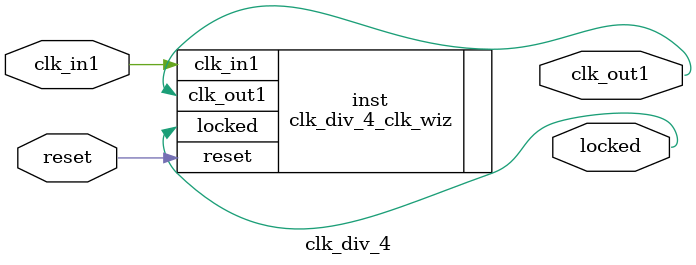
<source format=v>


`timescale 1ps/1ps

(* CORE_GENERATION_INFO = "clk_div_4,clk_wiz_v6_0_13_0_0,{component_name=clk_div_4,use_phase_alignment=true,use_min_o_jitter=false,use_max_i_jitter=false,use_dyn_phase_shift=false,use_inclk_switchover=false,use_dyn_reconfig=false,enable_axi=0,feedback_source=FDBK_AUTO,PRIMITIVE=MMCM,num_out_clk=1,clkin1_period=10.000,clkin2_period=10.000,use_power_down=false,use_reset=true,use_locked=true,use_inclk_stopped=false,feedback_type=SINGLE,CLOCK_MGR_TYPE=NA,manual_override=false}" *)

module clk_div_4 
 (
  // Clock out ports
  output        clk_out1,
  // Status and control signals
  input         reset,
  output        locked,
 // Clock in ports
  input         clk_in1
 );

  clk_div_4_clk_wiz inst
  (
  // Clock out ports  
  .clk_out1(clk_out1),
  // Status and control signals               
  .reset(reset), 
  .locked(locked),
 // Clock in ports
  .clk_in1(clk_in1)
  );

endmodule

</source>
